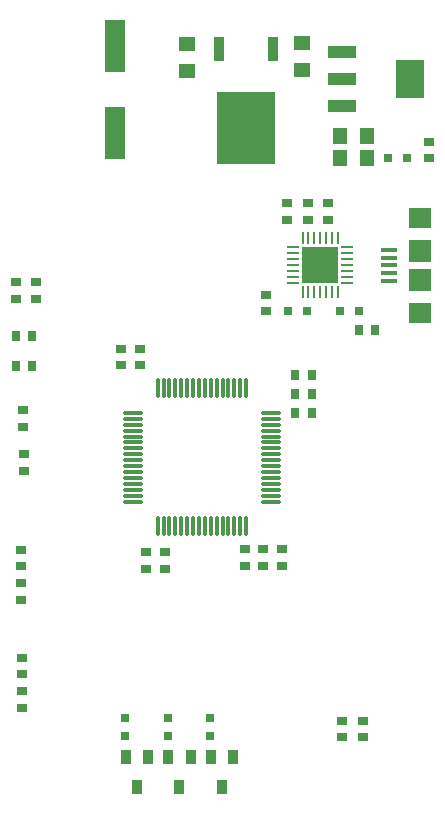
<source format=gtp>
%FSTAX23Y23*%
%MOIN*%
%SFA1B1*%

%IPPOS*%
%ADD16R,0.031500X0.037400*%
%ADD17R,0.123200X0.123200*%
%ADD18O,0.009800X0.041300*%
%ADD19O,0.041300X0.009800*%
%ADD20O,0.011800X0.066900*%
%ADD21O,0.066900X0.011800*%
%ADD22R,0.053100X0.015700*%
%ADD23R,0.074800X0.070900*%
%ADD24R,0.074800X0.074800*%
%ADD25R,0.050000X0.055000*%
%ADD26R,0.031500X0.031500*%
%ADD27R,0.037400X0.031500*%
%ADD28R,0.031500X0.031500*%
%ADD29R,0.033500X0.047200*%
%ADD30R,0.037400X0.082700*%
%ADD31R,0.192900X0.244100*%
%ADD32R,0.094500X0.039400*%
%ADD33R,0.094500X0.129900*%
%ADD34R,0.070900X0.173200*%
%ADD35R,0.055000X0.050000*%
%LNpcb_bug-1*%
%LPD*%
G54D16*
X03579Y03719D03*
X03634D03*
Y03656D03*
X03579D03*
X02648Y03812D03*
X02703D03*
X02648Y03912D03*
X02703D03*
X03634Y03782D03*
X03579D03*
X03845Y03933D03*
X0379D03*
G54D17*
X03663Y04149D03*
G54D18*
X03722Y04059D03*
X03702D03*
X03683D03*
X03663D03*
X03643D03*
X03623D03*
X03604D03*
Y0424D03*
X03623D03*
X03643D03*
X03663D03*
X03683D03*
X03702D03*
X03722D03*
G54D19*
X03572Y0409D03*
Y0411D03*
Y0413D03*
Y04149D03*
Y04169D03*
Y04189D03*
Y04208D03*
X03753D03*
Y04189D03*
Y04169D03*
Y04149D03*
Y0413D03*
Y0411D03*
Y0409D03*
G54D20*
X0312Y03739D03*
X0314D03*
X03159D03*
X03179D03*
X03199D03*
X03218D03*
X03238D03*
X03258D03*
X03278D03*
X03297D03*
X03317D03*
X03337D03*
X03356D03*
X03376D03*
X03396D03*
X03415D03*
Y03278D03*
X03396D03*
X03376D03*
X03356D03*
X03337D03*
X03317D03*
X03297D03*
X03278D03*
X03258D03*
X03238D03*
X03218D03*
X03199D03*
X03179D03*
X03159D03*
X0314D03*
X0312D03*
G54D21*
X03498Y03656D03*
Y03636D03*
Y03617D03*
Y03597D03*
Y03577D03*
Y03558D03*
Y03538D03*
Y03518D03*
Y03499D03*
Y03479D03*
Y03459D03*
Y03439D03*
Y0342D03*
Y034D03*
Y0338D03*
Y03361D03*
X03037D03*
Y0338D03*
Y034D03*
Y0342D03*
Y03439D03*
Y03459D03*
Y03479D03*
Y03499D03*
Y03518D03*
Y03538D03*
Y03558D03*
Y03577D03*
Y03597D03*
Y03617D03*
Y03636D03*
Y03656D03*
G54D22*
X03891Y04174D03*
Y04149D03*
Y04123D03*
Y042D03*
Y04097D03*
G54D23*
X03996Y04306D03*
Y03991D03*
G54D24*
X03996Y04196D03*
Y04101D03*
G54D25*
X03728Y04581D03*
X03818D03*
X03728Y04505D03*
X03818D03*
G54D26*
X03889Y04506D03*
X03952D03*
X0379Y03996D03*
X03727D03*
X03554Y03995D03*
X03617D03*
G54D27*
X04025Y04506D03*
Y04561D03*
X03146Y03192D03*
Y03137D03*
X03082Y03192D03*
Y03137D03*
X03063Y03815D03*
Y0387D03*
X02999Y03815D03*
Y0387D03*
X03805Y0263D03*
Y02575D03*
X03734Y0263D03*
Y02575D03*
X0341Y03202D03*
Y03147D03*
X03536D03*
Y03202D03*
X03473Y03147D03*
Y03202D03*
X02672Y03666D03*
Y03611D03*
X02674Y03463D03*
Y03518D03*
X03553Y04301D03*
Y04356D03*
X03621Y04301D03*
Y04356D03*
X03687Y04301D03*
Y04356D03*
X03482Y0405D03*
Y03995D03*
X02669Y02673D03*
Y02728D03*
Y0284D03*
Y02785D03*
X02666Y03034D03*
Y03089D03*
Y03201D03*
Y03146D03*
X02716Y04037D03*
Y04092D03*
X02649Y04037D03*
Y04092D03*
G54D28*
X03296Y02641D03*
Y02578D03*
X03155Y02641D03*
Y02578D03*
X03013Y02641D03*
Y02578D03*
G54D29*
X03334Y02411D03*
X03297Y02509D03*
X03371Y02509D03*
X03192Y02411D03*
X03155Y02509D03*
X0323Y02509D03*
X03051Y02411D03*
X03014Y02509D03*
X03088Y02509D03*
G54D30*
X03506Y0487D03*
X03326D03*
G54D31*
X03416Y04605D03*
G54D32*
X03734Y0486D03*
Y04769D03*
Y04679D03*
G54D33*
X03962Y04769D03*
G54D34*
X02978Y0459D03*
Y04881D03*
G54D35*
X03601Y04888D03*
Y04798D03*
X03219Y04795D03*
Y04885D03*
M02*
</source>
